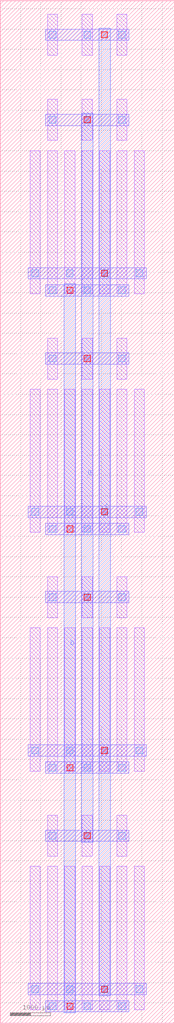
<source format=lef>
MACRO PMOS_S_67711244_X3_Y4
  UNITS 
    DATABASE MICRONS UNITS 1000;
  END UNITS 
  ORIGIN 0 0 ;
  FOREIGN PMOS_S_67711244_X3_Y4 0 0 ;
  SIZE 4300 BY 25200 ;
  PIN D
    DIRECTION INOUT ;
    USE SIGNAL ;
    PORT
      LAYER M3 ;
        RECT 1580 260 1860 18220 ;
    END
  END D
  PIN G
    DIRECTION INOUT ;
    USE SIGNAL ;
    PORT
      LAYER M3 ;
        RECT 2010 4460 2290 22420 ;
    END
  END G
  PIN S
    DIRECTION INOUT ;
    USE SIGNAL ;
    PORT
      LAYER M3 ;
        RECT 2440 680 2720 24520 ;
    END
  END S
  OBS
    LAYER M1 ;
      RECT 1165 335 1415 3865 ;
    LAYER M1 ;
      RECT 1165 4115 1415 5125 ;
    LAYER M1 ;
      RECT 1165 6215 1415 9745 ;
    LAYER M1 ;
      RECT 1165 9995 1415 11005 ;
    LAYER M1 ;
      RECT 1165 12095 1415 15625 ;
    LAYER M1 ;
      RECT 1165 15875 1415 16885 ;
    LAYER M1 ;
      RECT 1165 17975 1415 21505 ;
    LAYER M1 ;
      RECT 1165 21755 1415 22765 ;
    LAYER M1 ;
      RECT 1165 23855 1415 24865 ;
    LAYER M1 ;
      RECT 735 335 985 3865 ;
    LAYER M1 ;
      RECT 735 6215 985 9745 ;
    LAYER M1 ;
      RECT 735 12095 985 15625 ;
    LAYER M1 ;
      RECT 735 17975 985 21505 ;
    LAYER M1 ;
      RECT 1595 335 1845 3865 ;
    LAYER M1 ;
      RECT 1595 6215 1845 9745 ;
    LAYER M1 ;
      RECT 1595 12095 1845 15625 ;
    LAYER M1 ;
      RECT 1595 17975 1845 21505 ;
    LAYER M1 ;
      RECT 2025 335 2275 3865 ;
    LAYER M1 ;
      RECT 2025 4115 2275 5125 ;
    LAYER M1 ;
      RECT 2025 6215 2275 9745 ;
    LAYER M1 ;
      RECT 2025 9995 2275 11005 ;
    LAYER M1 ;
      RECT 2025 12095 2275 15625 ;
    LAYER M1 ;
      RECT 2025 15875 2275 16885 ;
    LAYER M1 ;
      RECT 2025 17975 2275 21505 ;
    LAYER M1 ;
      RECT 2025 21755 2275 22765 ;
    LAYER M1 ;
      RECT 2025 23855 2275 24865 ;
    LAYER M1 ;
      RECT 2455 335 2705 3865 ;
    LAYER M1 ;
      RECT 2455 6215 2705 9745 ;
    LAYER M1 ;
      RECT 2455 12095 2705 15625 ;
    LAYER M1 ;
      RECT 2455 17975 2705 21505 ;
    LAYER M1 ;
      RECT 2885 335 3135 3865 ;
    LAYER M1 ;
      RECT 2885 4115 3135 5125 ;
    LAYER M1 ;
      RECT 2885 6215 3135 9745 ;
    LAYER M1 ;
      RECT 2885 9995 3135 11005 ;
    LAYER M1 ;
      RECT 2885 12095 3135 15625 ;
    LAYER M1 ;
      RECT 2885 15875 3135 16885 ;
    LAYER M1 ;
      RECT 2885 17975 3135 21505 ;
    LAYER M1 ;
      RECT 2885 21755 3135 22765 ;
    LAYER M1 ;
      RECT 2885 23855 3135 24865 ;
    LAYER M1 ;
      RECT 3315 335 3565 3865 ;
    LAYER M1 ;
      RECT 3315 6215 3565 9745 ;
    LAYER M1 ;
      RECT 3315 12095 3565 15625 ;
    LAYER M1 ;
      RECT 3315 17975 3565 21505 ;
    LAYER M2 ;
      RECT 1120 280 3180 560 ;
    LAYER M2 ;
      RECT 1120 4480 3180 4760 ;
    LAYER M2 ;
      RECT 690 700 3610 980 ;
    LAYER M2 ;
      RECT 1120 6160 3180 6440 ;
    LAYER M2 ;
      RECT 1120 10360 3180 10640 ;
    LAYER M2 ;
      RECT 690 6580 3610 6860 ;
    LAYER M2 ;
      RECT 1120 12040 3180 12320 ;
    LAYER M2 ;
      RECT 1120 16240 3180 16520 ;
    LAYER M2 ;
      RECT 690 12460 3610 12740 ;
    LAYER M2 ;
      RECT 1120 17920 3180 18200 ;
    LAYER M2 ;
      RECT 1120 22120 3180 22400 ;
    LAYER M2 ;
      RECT 690 18340 3610 18620 ;
    LAYER M2 ;
      RECT 1120 24220 3180 24500 ;
    LAYER V1 ;
      RECT 2925 335 3095 505 ;
    LAYER V1 ;
      RECT 2925 4535 3095 4705 ;
    LAYER V1 ;
      RECT 2925 6215 3095 6385 ;
    LAYER V1 ;
      RECT 2925 10415 3095 10585 ;
    LAYER V1 ;
      RECT 2925 12095 3095 12265 ;
    LAYER V1 ;
      RECT 2925 16295 3095 16465 ;
    LAYER V1 ;
      RECT 2925 17975 3095 18145 ;
    LAYER V1 ;
      RECT 2925 22175 3095 22345 ;
    LAYER V1 ;
      RECT 2925 24275 3095 24445 ;
    LAYER V1 ;
      RECT 1205 335 1375 505 ;
    LAYER V1 ;
      RECT 1205 4535 1375 4705 ;
    LAYER V1 ;
      RECT 1205 6215 1375 6385 ;
    LAYER V1 ;
      RECT 1205 10415 1375 10585 ;
    LAYER V1 ;
      RECT 1205 12095 1375 12265 ;
    LAYER V1 ;
      RECT 1205 16295 1375 16465 ;
    LAYER V1 ;
      RECT 1205 17975 1375 18145 ;
    LAYER V1 ;
      RECT 1205 22175 1375 22345 ;
    LAYER V1 ;
      RECT 1205 24275 1375 24445 ;
    LAYER V1 ;
      RECT 2065 335 2235 505 ;
    LAYER V1 ;
      RECT 2065 4535 2235 4705 ;
    LAYER V1 ;
      RECT 2065 6215 2235 6385 ;
    LAYER V1 ;
      RECT 2065 10415 2235 10585 ;
    LAYER V1 ;
      RECT 2065 12095 2235 12265 ;
    LAYER V1 ;
      RECT 2065 16295 2235 16465 ;
    LAYER V1 ;
      RECT 2065 17975 2235 18145 ;
    LAYER V1 ;
      RECT 2065 22175 2235 22345 ;
    LAYER V1 ;
      RECT 2065 24275 2235 24445 ;
    LAYER V1 ;
      RECT 3355 755 3525 925 ;
    LAYER V1 ;
      RECT 3355 6635 3525 6805 ;
    LAYER V1 ;
      RECT 3355 12515 3525 12685 ;
    LAYER V1 ;
      RECT 3355 18395 3525 18565 ;
    LAYER V1 ;
      RECT 775 755 945 925 ;
    LAYER V1 ;
      RECT 775 6635 945 6805 ;
    LAYER V1 ;
      RECT 775 12515 945 12685 ;
    LAYER V1 ;
      RECT 775 18395 945 18565 ;
    LAYER V1 ;
      RECT 1635 755 1805 925 ;
    LAYER V1 ;
      RECT 1635 6635 1805 6805 ;
    LAYER V1 ;
      RECT 1635 12515 1805 12685 ;
    LAYER V1 ;
      RECT 1635 18395 1805 18565 ;
    LAYER V1 ;
      RECT 2495 755 2665 925 ;
    LAYER V1 ;
      RECT 2495 6635 2665 6805 ;
    LAYER V1 ;
      RECT 2495 12515 2665 12685 ;
    LAYER V1 ;
      RECT 2495 18395 2665 18565 ;
    LAYER V2 ;
      RECT 1645 345 1795 495 ;
    LAYER V2 ;
      RECT 1645 6225 1795 6375 ;
    LAYER V2 ;
      RECT 1645 12105 1795 12255 ;
    LAYER V2 ;
      RECT 1645 17985 1795 18135 ;
    LAYER V2 ;
      RECT 2075 4545 2225 4695 ;
    LAYER V2 ;
      RECT 2075 10425 2225 10575 ;
    LAYER V2 ;
      RECT 2075 16305 2225 16455 ;
    LAYER V2 ;
      RECT 2075 22185 2225 22335 ;
    LAYER V2 ;
      RECT 2505 765 2655 915 ;
    LAYER V2 ;
      RECT 2505 6645 2655 6795 ;
    LAYER V2 ;
      RECT 2505 12525 2655 12675 ;
    LAYER V2 ;
      RECT 2505 18405 2655 18555 ;
    LAYER V2 ;
      RECT 2505 24285 2655 24435 ;
  END
END PMOS_S_67711244_X3_Y4

</source>
